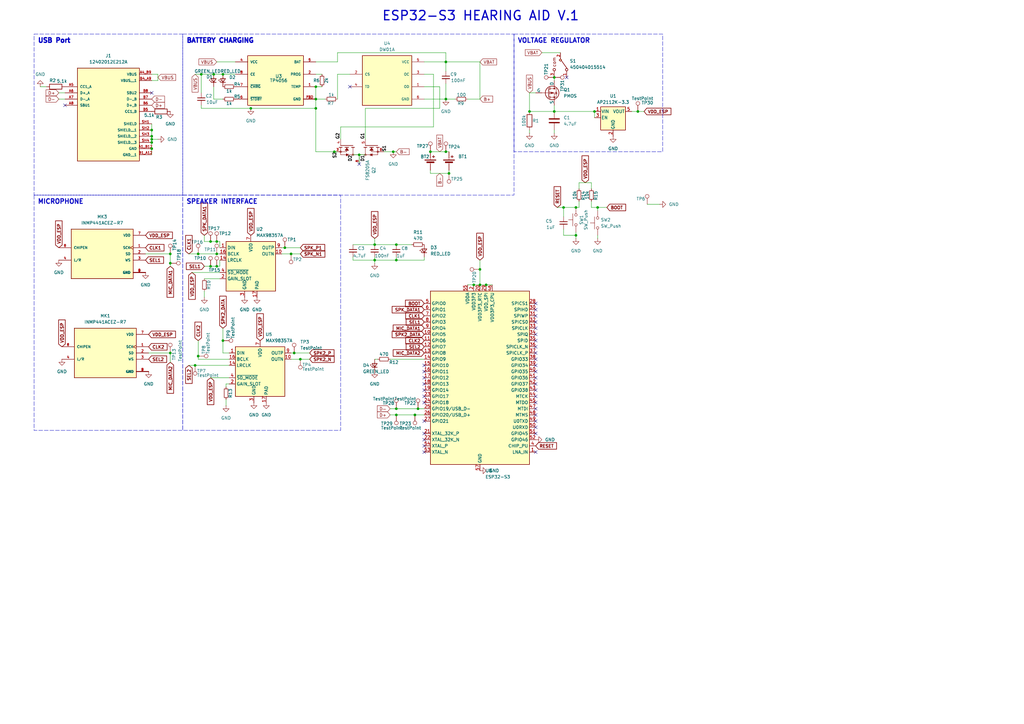
<source format=kicad_sch>
(kicad_sch (version 20231120) (generator "eeschema") (generator_version "8.0")
  (paper "A3")
  (junction (at 182.88 62.23))
  (junction (at 236.22 96.52))
  (junction (at 102.87 44.45))
  (junction (at 227.33 45.72))
  (junction (at 86.36 99.06))
  (junction (at 162.56 100.33))
  (junction (at 88.9 104.14))
  (junction (at 62.23 58.42))
  (junction (at 69.85 107.95))
  (junction (at 88.9 109.22))
  (junction (at 62.23 60.96))
  (junction (at 147.32 63.5))
  (junction (at 236.22 85.09))
  (junction (at 227.33 31.75))
  (junction (at 217.17 45.72))
  (junction (at 261.62 45.72))
  (junction (at 245.11 85.09))
  (junction (at 182.88 25.4))
  (junction (at 161.29 62.23))
  (junction (at 129.54 40.64))
  (junction (at 123.19 147.32))
  (junction (at 120.65 144.78))
  (junction (at 162.56 170.18))
  (junction (at 196.85 116.84))
  (junction (at 62.23 57.15))
  (junction (at 62.23 53.34))
  (junction (at 86.36 109.22))
  (junction (at 243.84 45.72))
  (junction (at 199.39 116.84))
  (junction (at 80.01 149.86))
  (junction (at 170.18 170.18))
  (junction (at 129.54 35.56))
  (junction (at 231.14 85.09))
  (junction (at 116.84 101.6))
  (junction (at 119.38 104.14))
  (junction (at 69.85 104.14))
  (junction (at 129.54 44.45))
  (junction (at 81.28 104.14))
  (junction (at 91.44 139.7))
  (junction (at 81.28 146.05))
  (junction (at 194.31 116.84))
  (junction (at 196.85 110.49))
  (junction (at 62.23 55.88))
  (junction (at 171.45 167.64))
  (junction (at 82.55 30.48))
  (junction (at 184.15 71.12))
  (junction (at 91.44 30.48))
  (junction (at 176.53 62.23))
  (junction (at 88.9 99.06))
  (junction (at 182.88 40.64))
  (junction (at 162.56 106.68))
  (junction (at 153.67 100.33))
  (junction (at 137.16 62.23))
  (junction (at 69.85 144.78))
  (junction (at 87.63 30.48))
  (junction (at 153.67 106.68))
  (junction (at 162.56 167.64))
  (no_connect (at 219.71 139.7))
  (no_connect (at 219.71 154.94))
  (no_connect (at 219.71 160.02))
  (no_connect (at 173.99 177.8))
  (no_connect (at 219.71 167.64))
  (no_connect (at 219.71 165.1))
  (no_connect (at 173.99 172.72))
  (no_connect (at 173.99 185.42))
  (no_connect (at 219.71 170.18))
  (no_connect (at 219.71 175.26))
  (no_connect (at 219.71 147.32))
  (no_connect (at 219.71 124.46))
  (no_connect (at 219.71 177.8))
  (no_connect (at 232.41 31.75))
  (no_connect (at 219.71 137.16))
  (no_connect (at 219.71 127))
  (no_connect (at 173.99 162.56))
  (no_connect (at 219.71 152.4))
  (no_connect (at 219.71 142.24))
  (no_connect (at 173.99 149.86))
  (no_connect (at 143.51 35.56))
  (no_connect (at 173.99 182.88))
  (no_connect (at 219.71 172.72))
  (no_connect (at 173.99 180.34))
  (no_connect (at 219.71 144.78))
  (no_connect (at 26.67 43.18))
  (no_connect (at 173.99 165.1))
  (no_connect (at 173.99 152.4))
  (no_connect (at 62.23 38.1))
  (no_connect (at 219.71 185.42))
  (no_connect (at 173.99 154.94))
  (no_connect (at 147.32 67.31))
  (no_connect (at 173.99 157.48))
  (no_connect (at 219.71 162.56))
  (no_connect (at 173.99 160.02))
  (no_connect (at 219.71 157.48))
  (no_connect (at 219.71 129.54))
  (no_connect (at 219.71 132.08))
  (no_connect (at 219.71 149.86))
  (no_connect (at 219.71 134.62))
  (wire (pts (xy 87.63 35.56) (xy 87.63 40.64)))
  (wire (pts (xy 62.23 55.88) (xy 62.23 57.15)))
  (wire (pts (xy 182.88 21.59) (xy 182.88 25.4)))
  (wire (pts (xy 129.54 35.56) (xy 129.54 40.64)))
  (wire (pts (xy 69.85 104.14) (xy 59.69 104.14)))
  (wire (pts (xy 160.02 167.64) (xy 162.56 167.64)))
  (wire (pts (xy 139.7 52.07) (xy 139.7 57.15)))
  (wire (pts (xy 77.47 149.86) (xy 80.01 149.86)))
  (wire (pts (xy 138.43 25.4) (xy 138.43 21.59)))
  (wire (pts (xy 231.14 93.98) (xy 231.14 96.52)))
  (wire (pts (xy 64.77 30.48) (xy 64.77 33.02)))
  (wire (pts (xy 77.47 104.14) (xy 81.28 104.14)))
  (wire (pts (xy 245.11 85.09) (xy 248.92 85.09)))
  (wire (pts (xy 177.8 30.48) (xy 177.8 52.07)))
  (wire (pts (xy 69.85 107.95) (xy 69.85 104.14)))
  (wire (pts (xy 196.85 116.84) (xy 199.39 116.84)))
  (wire (pts (xy 88.9 99.06) (xy 90.17 99.06)))
  (wire (pts (xy 160.02 170.18) (xy 162.56 170.18)))
  (wire (pts (xy 157.48 62.23) (xy 161.29 62.23)))
  (wire (pts (xy 82.55 30.48) (xy 82.55 38.1)))
  (wire (pts (xy 245.11 97.79) (xy 245.11 96.52)))
  (wire (pts (xy 191.77 40.64) (xy 196.85 40.64)))
  (wire (pts (xy 91.44 30.48) (xy 96.52 30.48)))
  (wire (pts (xy 64.77 57.15) (xy 62.23 57.15)))
  (wire (pts (xy 196.85 106.68) (xy 196.85 110.49)))
  (wire (pts (xy 86.36 154.94) (xy 93.98 154.94)))
  (wire (pts (xy 92.71 157.48) (xy 92.71 158.75)))
  (wire (pts (xy 81.28 104.14) (xy 88.9 104.14)))
  (wire (pts (xy 78.74 111.76) (xy 90.17 111.76)))
  (wire (pts (xy 123.19 101.6) (xy 116.84 101.6)))
  (wire (pts (xy 231.14 85.09) (xy 231.14 88.9)))
  (wire (pts (xy 83.82 96.52) (xy 83.82 99.06)))
  (wire (pts (xy 149.86 57.15) (xy 149.86 44.45)))
  (wire (pts (xy 149.86 44.45) (xy 180.34 44.45)))
  (wire (pts (xy 217.17 45.72) (xy 227.33 45.72)))
  (wire (pts (xy 173.99 40.64) (xy 182.88 40.64)))
  (wire (pts (xy 236.22 85.09) (xy 237.49 85.09)))
  (wire (pts (xy 123.19 147.32) (xy 119.38 147.32)))
  (wire (pts (xy 261.62 45.72) (xy 259.08 45.72)))
  (wire (pts (xy 83.82 109.22) (xy 86.36 109.22)))
  (wire (pts (xy 69.85 144.78) (xy 60.96 144.78)))
  (wire (pts (xy 176.53 69.85) (xy 176.53 71.12)))
  (wire (pts (xy 264.16 45.72) (xy 261.62 45.72)))
  (wire (pts (xy 161.29 62.23) (xy 162.56 62.23)))
  (wire (pts (xy 236.22 95.25) (xy 236.22 96.52)))
  (wire (pts (xy 237.49 74.93) (xy 242.57 74.93)))
  (wire (pts (xy 129.54 40.64) (xy 129.54 44.45)))
  (wire (pts (xy 180.34 44.45) (xy 180.34 35.56)))
  (wire (pts (xy 242.57 82.55) (xy 242.57 85.09)))
  (wire (pts (xy 227.33 54.61) (xy 227.33 53.34)))
  (wire (pts (xy 90.17 99.06) (xy 90.17 101.6)))
  (wire (pts (xy 144.78 63.5) (xy 147.32 63.5)))
  (wire (pts (xy 227.33 33.02) (xy 227.33 31.75)))
  (wire (pts (xy 83.82 121.92) (xy 83.82 119.38)))
  (wire (pts (xy 62.23 53.34) (xy 62.23 55.88)))
  (wire (pts (xy 173.99 105.41) (xy 173.99 106.68)))
  (wire (pts (xy 180.34 35.56) (xy 173.99 35.56)))
  (wire (pts (xy 162.56 167.64) (xy 171.45 167.64)))
  (wire (pts (xy 82.55 44.45) (xy 102.87 44.45)))
  (wire (pts (xy 228.6 85.09) (xy 231.14 85.09)))
  (wire (pts (xy 116.84 101.6) (xy 115.57 101.6)))
  (wire (pts (xy 83.82 99.06) (xy 86.36 99.06)))
  (wire (pts (xy 162.56 106.68) (xy 162.56 105.41)))
  (wire (pts (xy 69.85 109.22) (xy 69.85 107.95)))
  (wire (pts (xy 90.17 109.22) (xy 90.17 106.68)))
  (wire (pts (xy 144.78 106.68) (xy 144.78 105.41)))
  (wire (pts (xy 138.43 40.64) (xy 138.43 30.48)))
  (wire (pts (xy 81.28 147.32) (xy 93.98 147.32)))
  (wire (pts (xy 129.54 44.45) (xy 129.54 62.23)))
  (wire (pts (xy 120.65 144.78) (xy 119.38 144.78)))
  (wire (pts (xy 91.44 134.62) (xy 91.44 139.7)))
  (wire (pts (xy 243.84 45.72) (xy 243.84 48.26)))
  (wire (pts (xy 176.53 71.12) (xy 184.15 71.12)))
  (wire (pts (xy 24.13 40.64) (xy 26.67 40.64)))
  (wire (pts (xy 196.85 25.4) (xy 196.85 40.64)))
  (wire (pts (xy 83.82 114.3) (xy 90.17 114.3)))
  (wire (pts (xy 217.17 38.1) (xy 217.17 45.72)))
  (wire (pts (xy 170.18 170.18) (xy 173.99 170.18)))
  (wire (pts (xy 62.23 33.02) (xy 64.77 33.02)))
  (wire (pts (xy 62.23 57.15) (xy 62.23 58.42)))
  (wire (pts (xy 219.71 38.1) (xy 217.17 38.1)))
  (wire (pts (xy 127 144.78) (xy 120.65 144.78)))
  (wire (pts (xy 237.49 82.55) (xy 237.49 85.09)))
  (wire (pts (xy 173.99 106.68) (xy 162.56 106.68)))
  (wire (pts (xy 82.55 30.48) (xy 87.63 30.48)))
  (wire (pts (xy 182.88 34.29) (xy 182.88 40.64)))
  (wire (pts (xy 93.98 157.48) (xy 92.71 157.48)))
  (wire (pts (xy 194.31 116.84) (xy 196.85 116.84)))
  (wire (pts (xy 182.88 25.4) (xy 196.85 25.4)))
  (wire (pts (xy 88.9 109.22) (xy 90.17 109.22)))
  (wire (pts (xy 217.17 54.61) (xy 217.17 53.34)))
  (wire (pts (xy 91.44 139.7) (xy 91.44 144.78)))
  (wire (pts (xy 162.56 170.18) (xy 170.18 170.18)))
  (wire (pts (xy 154.94 147.32) (xy 153.67 147.32)))
  (wire (pts (xy 171.45 167.64) (xy 173.99 167.64)))
  (wire (pts (xy 138.43 62.23) (xy 137.16 62.23)))
  (wire (pts (xy 184.15 71.12) (xy 184.15 69.85)))
  (wire (pts (xy 26.67 38.1) (xy 24.13 38.1)))
  (wire (pts (xy 129.54 40.64) (xy 133.35 40.64)))
  (wire (pts (xy 80.01 149.86) (xy 93.98 149.86)))
  (wire (pts (xy 119.38 104.14) (xy 123.19 104.14)))
  (wire (pts (xy 227.33 43.18) (xy 227.33 45.72)))
  (wire (pts (xy 153.67 100.33) (xy 162.56 100.33)))
  (wire (pts (xy 153.67 97.79) (xy 153.67 100.33)))
  (wire (pts (xy 144.78 106.68) (xy 153.67 106.68)))
  (wire (pts (xy 91.44 144.78) (xy 93.98 144.78)))
  (wire (pts (xy 231.14 85.09) (xy 236.22 85.09)))
  (wire (pts (xy 129.54 62.23) (xy 137.16 62.23)))
  (wire (pts (xy 177.8 52.07) (xy 139.7 52.07)))
  (wire (pts (xy 191.77 116.84) (xy 194.31 116.84)))
  (wire (pts (xy 82.55 43.18) (xy 82.55 44.45)))
  (wire (pts (xy 242.57 85.09) (xy 245.11 85.09)))
  (wire (pts (xy 162.56 100.33) (xy 168.91 100.33)))
  (wire (pts (xy 129.54 35.56) (xy 132.08 35.56)))
  (wire (pts (xy 86.36 99.06) (xy 88.9 99.06)))
  (wire (pts (xy 129.54 25.4) (xy 138.43 25.4)))
  (wire (pts (xy 144.78 100.33) (xy 153.67 100.33)))
  (wire (pts (xy 62.23 50.8) (xy 62.23 53.34)))
  (wire (pts (xy 87.63 30.48) (xy 91.44 30.48)))
  (wire (pts (xy 153.67 107.95) (xy 153.67 106.68)))
  (wire (pts (xy 147.32 63.5) (xy 149.86 63.5)))
  (wire (pts (xy 86.36 109.22) (xy 88.9 109.22)))
  (wire (pts (xy 242.57 74.93) (xy 242.57 77.47)))
  (wire (pts (xy 138.43 30.48) (xy 143.51 30.48)))
  (wire (pts (xy 245.11 86.36) (xy 245.11 85.09)))
  (wire (pts (xy 160.02 147.32) (xy 173.99 147.32)))
  (wire (pts (xy 81.28 146.05) (xy 81.28 147.32)))
  (wire (pts (xy 199.39 116.84) (xy 201.93 116.84)))
  (wire (pts (xy 147.32 63.5) (xy 147.32 67.31)))
  (wire (pts (xy 123.19 147.32) (xy 127 147.32)))
  (wire (pts (xy 182.88 62.23) (xy 184.15 62.23)))
  (wire (pts (xy 153.67 106.68) (xy 162.56 106.68)))
  (wire (pts (xy 237.49 77.47) (xy 237.49 74.93)))
  (wire (pts (xy 182.88 25.4) (xy 182.88 29.21)))
  (wire (pts (xy 222.25 21.59) (xy 229.87 21.59)))
  (wire (pts (xy 265.43 83.82) (xy 270.51 83.82)))
  (wire (pts (xy 88.9 25.4) (xy 96.52 25.4)))
  (wire (pts (xy 16.51 35.56) (xy 19.05 35.56)))
  (wire (pts (xy 129.54 30.48) (xy 132.08 30.48)))
  (wire (pts (xy 153.67 106.68) (xy 153.67 105.41)))
  (wire (pts (xy 236.22 96.52) (xy 236.22 97.79)))
  (wire (pts (xy 119.38 104.14) (xy 115.57 104.14)))
  (wire (pts (xy 227.33 45.72) (xy 243.84 45.72)))
  (wire (pts (xy 87.63 40.64) (xy 91.44 40.64)))
  (wire (pts (xy 92.71 166.37) (xy 92.71 163.83)))
  (wire (pts (xy 62.23 58.42) (xy 62.23 60.96)))
  (wire (pts (xy 182.88 40.64) (xy 186.69 40.64)))
  (wire (pts (xy 62.23 30.48) (xy 64.77 30.48)))
  (wire (pts (xy 102.87 44.45) (xy 129.54 44.45)))
  (wire (pts (xy 138.43 21.59) (xy 182.88 21.59)))
  (wire (pts (xy 80.01 30.48) (xy 82.55 30.48)))
  (wire (pts (xy 173.99 30.48) (xy 177.8 30.48)))
  (wire (pts (xy 81.28 139.7) (xy 81.28 146.05)))
  (wire (pts (xy 62.23 60.96) (xy 62.23 63.5)))
  (wire (pts (xy 173.99 25.4) (xy 182.88 25.4)))
  (wire (pts (xy 88.9 104.14) (xy 90.17 104.14)))
  (wire (pts (xy 69.85 148.59) (xy 69.85 144.78)))
  (wire (pts (xy 196.85 110.49) (xy 196.85 116.84)))
  (wire (pts (xy 231.14 96.52) (xy 236.22 96.52)))
  (wire (pts (xy 176.53 62.23) (xy 182.88 62.23)))
  (rectangle (start 74.93 13.97) (end 210.82 80.01) (stroke (width 0) (type dash)))
  (rectangle (start 74.93 80.01) (end 139.7 176.53) (stroke (width 0) (type dash)))
  (rectangle (start 210.82 13.97) (end 271.78 62.23) (stroke (width 0) (type dash)))
  (rectangle (start 13.97 13.97) (end 74.93 80.01) (stroke (width 0) (type dash)))
  (rectangle (start 13.97 80.01) (end 74.93 176.53) (stroke (width 0) (type dash)))
  (text_box "BATTERY CHARGING" (at 74.93 13.97 0) (size 31.75 5.08) (stroke (width -0.0001)) (effects (font (size 1.905 1.905) (thickness 0.508) (bold yes)) (justify left top)))
  (text_box "MICROPHONE\n" (at 13.97 80.01 0) (size 33.02 5.08) (stroke (width -0.0001)) (effects (font (size 1.905 1.905) (thickness 0.381) (bold yes)) (justify left top)))
  (text_box "SPEAKER INTERFACE\n" (at 74.93 80.01 0) (size 35.56 5.08) (stroke (width -0.0001)) (effects (font (size 1.905 1.905) (thickness 0.381) (bold yes)) (justify left top)))
  (text_box "VOLTAGE REGULATOR\n" (at 210.82 13.97 0) (size 33.02 5.08) (stroke (width -0.0001)) (effects (font (size 1.905 1.905) (thickness 0.381) (bold yes)) (justify left top)))
  (text_box "USB Port\n" (at 13.97 13.97 0) (size 26.67 5.08) (stroke (width -0.0001)) (effects (font (size 1.905 1.905) (thickness 0.508) (bold yes)) (justify left top)))
  (text_box "ESP32-S3 HEARING AID V.1" (at 153.67 1.27 0) (size 91.44 8.89) (stroke (width -0.0001)) (effects (font (size 3.81 3.81) (thickness 0.508) (bold yes)) (justify left top)))
  (label "G2" (at 139.7 57.15 90) (effects (font (bold yes))))
  (label "D1" (at 149.86 63.5 270) (effects (font (bold yes))))
  (label "G1" (at 149.86 57.15 90) (effects (font (bold yes))))
  (label "S1" (at 158.75 62.23 90) (effects (font (bold yes))))
  (label "S2" (at 138.43 62.23 270) (effects (font (bold yes))))
  (label "D2" (at 144.78 63.5 270) (effects (font (bold yes))))
  (global_label "VDD_ESP" (shape input) (at 196.85 106.68 90) (effects (font (bold yes))) (property "Intersheetrefs" "${INTERSHEET_REFS}" (effects (hide yes))))
  (global_label "CLK1" (shape input) (at 59.69 101.6 0) (effects (font (bold yes))) (property "Intersheetrefs" "${INTERSHEET_REFS}" (effects (hide yes))))
  (global_label "VDD_ESP" (shape input) (at 102.87 96.52 90) (effects (font (bold yes))) (property "Intersheetrefs" "${INTERSHEET_REFS}" (effects (hide yes))))
  (global_label "SEL2" (shape input) (at 60.96 147.32 0) (effects (font (bold yes))) (property "Intersheetrefs" "${INTERSHEET_REFS}" (effects (hide yes))))
  (global_label "MIC_DATA1" (shape input) (at 173.99 134.62 180) (effects (font (bold yes))) (property "Intersheetrefs" "${INTERSHEET_REFS}" (effects (hide yes))))
  (global_label "VDD_ESP" (shape input) (at 25.4 142.24 90) (effects (font (bold yes))) (property "Intersheetrefs" "${INTERSHEET_REFS}" (effects (hide yes))))
  (global_label "MIC_DATA2" (shape input) (at 69.85 148.59 270) (effects (font (bold yes))) (property "Intersheetrefs" "${INTERSHEET_REFS}" (effects (hide yes))))
  (global_label "CLK2" (shape input) (at 173.99 139.7 180) (effects (font (bold yes))) (property "Intersheetrefs" "${INTERSHEET_REFS}" (effects (hide yes))))
  (global_label "D-" (shape input) (at 24.13 40.64 180) (property "Intersheetrefs" "${INTERSHEET_REFS}" (effects (hide yes))))
  (global_label "SEL2" (shape input) (at 173.99 142.24 180) (effects (font (bold yes))) (property "Intersheetrefs" "${INTERSHEET_REFS}" (effects (hide yes))))
  (global_label "D-" (shape input) (at 160.02 167.64 180) (property "Intersheetrefs" "${INTERSHEET_REFS}" (effects (hide yes))))
  (global_label "CLK2" (shape input) (at 81.28 139.7 90) (effects (font (bold yes))) (property "Intersheetrefs" "${INTERSHEET_REFS}" (effects (hide yes))))
  (global_label "VDD_ESP" (shape input) (at 106.68 139.7 90) (effects (font (bold yes))) (property "Intersheetrefs" "${INTERSHEET_REFS}" (effects (hide yes))))
  (global_label "SEL1" (shape input) (at 173.99 132.08 180) (effects (font (bold yes))) (property "Intersheetrefs" "${INTERSHEET_REFS}" (effects (hide yes))))
  (global_label "SPK2_N" (shape input) (at 127 147.32 0) (effects (font (bold yes))) (property "Intersheetrefs" "${INTERSHEET_REFS}" (effects (hide yes))))
  (global_label "VDD_ESP" (shape input) (at 78.74 111.76 270) (effects (font (bold yes))) (property "Intersheetrefs" "${INTERSHEET_REFS}" (effects (hide yes))))
  (global_label "SEL1" (shape input) (at 83.82 109.22 180) (effects (font (bold yes))) (property "Intersheetrefs" "${INTERSHEET_REFS}" (effects (hide yes))))
  (global_label "MIC_DATA2" (shape input) (at 173.99 144.78 180) (effects (font (bold yes))) (property "Intersheetrefs" "${INTERSHEET_REFS}" (effects (hide yes))))
  (global_label "BOOT" (shape input) (at 248.92 85.09 0) (effects (font (bold yes))) (property "Intersheetrefs" "${INTERSHEET_REFS}" (effects (hide yes))))
  (global_label "SEL1" (shape input) (at 59.69 106.68 0) (effects (font (bold yes))) (property "Intersheetrefs" "${INTERSHEET_REFS}" (effects (hide yes))))
  (global_label "VDD_ESP" (shape input) (at 240.03 74.93 90) (effects (font (bold yes))) (property "Intersheetrefs" "${INTERSHEET_REFS}" (effects (hide yes))))
  (global_label "D+" (shape input) (at 24.13 38.1 180) (property "Intersheetrefs" "${INTERSHEET_REFS}" (effects (hide yes))))
  (global_label "SPK2_DATA" (shape input) (at 173.99 137.16 180) (effects (font (bold yes))) (property "Intersheetrefs" "${INTERSHEET_REFS}" (effects (hide yes))))
  (global_label "B+" (shape input) (at 196.85 40.64 0) (property "Intersheetrefs" "${INTERSHEET_REFS}" (effects (hide yes))))
  (global_label "VBUS" (shape input) (at 80.01 30.48 270) (property "Intersheetrefs" "${INTERSHEET_REFS}" (effects (hide yes))))
  (global_label "D+" (shape input) (at 160.02 170.18 180) (property "Intersheetrefs" "${INTERSHEET_REFS}" (effects (hide yes))))
  (global_label "VDD_ESP" (shape input) (at 264.16 45.72 0) (effects (font (bold yes))) (property "Intersheetrefs" "${INTERSHEET_REFS}" (effects (hide yes))))
  (global_label "SPK_DATA1" (shape input) (at 173.99 127 180) (effects (font (bold yes))) (property "Intersheetrefs" "${INTERSHEET_REFS}" (effects (hide yes))))
  (global_label "CLK1" (shape input) (at 173.99 129.54 180) (effects (font (bold yes))) (property "Intersheetrefs" "${INTERSHEET_REFS}" (effects (hide yes))))
  (global_label "VBAT" (shape input) (at 196.85 25.4 0) (property "Intersheetrefs" "${INTERSHEET_REFS}" (effects (hide yes))))
  (global_label "VBUS" (shape input) (at 217.17 38.1 90) (property "Intersheetrefs" "${INTERSHEET_REFS}" (effects (hide yes))))
  (global_label "VDD_ESP" (shape input) (at 59.69 96.52 0) (effects (font (bold yes))) (property "Intersheetrefs" "${INTERSHEET_REFS}" (effects (hide yes))))
  (global_label "CLK2" (shape input) (at 60.96 142.24 0) (effects (font (bold yes))) (property "Intersheetrefs" "${INTERSHEET_REFS}" (effects (hide yes))))
  (global_label "B-" (shape input) (at 180.34 71.12 270) (property "Intersheetrefs" "${INTERSHEET_REFS}" (effects (hide yes))))
  (global_label "D+" (shape input) (at 62.23 43.18 0) (property "Intersheetrefs" "${INTERSHEET_REFS}" (effects (hide yes))))
  (global_label "SPK_DATA1" (shape input) (at 83.82 96.52 90) (effects (font (bold yes))) (property "Intersheetrefs" "${INTERSHEET_REFS}" (effects (hide yes))))
  (global_label "SEL2" (shape input) (at 77.47 149.86 270) (effects (font (bold yes))) (property "Intersheetrefs" "${INTERSHEET_REFS}" (effects (hide yes))))
  (global_label "MIC_DATA1" (shape input) (at 69.85 109.22 270) (effects (font (bold yes))) (property "Intersheetrefs" "${INTERSHEET_REFS}" (effects (hide yes))))
  (global_label "VDD_ESP" (shape input) (at 153.67 97.79 90) (effects (font (bold yes))) (property "Intersheetrefs" "${INTERSHEET_REFS}" (effects (hide yes))))
  (global_label "D-" (shape input) (at 62.23 40.64 0) (property "Intersheetrefs" "${INTERSHEET_REFS}" (effects (hide yes))))
  (global_label "VDD_ESP" (shape input) (at 24.13 101.6 90) (effects (font (bold yes))) (property "Intersheetrefs" "${INTERSHEET_REFS}" (effects (hide yes))))
  (global_label "VBUS" (shape input) (at 64.77 31.75 0) (property "Intersheetrefs" "${INTERSHEET_REFS}" (effects (hide yes))))
  (global_label "VBUS" (shape input) (at 88.9 25.4 180) (property "Intersheetrefs" "${INTERSHEET_REFS}" (effects (hide yes))))
  (global_label "BOOT" (shape input) (at 173.99 124.46 180) (effects (font (bold yes))) (property "Intersheetrefs" "${INTERSHEET_REFS}" (effects (hide yes))))
  (global_label "VBAT" (shape input) (at 180.34 62.23 90) (property "Intersheetrefs" "${INTERSHEET_REFS}" (effects (hide yes))))
  (global_label "SPK_P1" (shape input) (at 123.19 101.6 0) (effects (font (bold yes))) (property "Intersheetrefs" "${INTERSHEET_REFS}" (effects (hide yes))))
  (global_label "SPK2_P" (shape input) (at 127 144.78 0) (effects (font (bold yes))) (property "Intersheetrefs" "${INTERSHEET_REFS}" (effects (hide yes))))
  (global_label "RESET" (shape input) (at 228.6 85.09 90) (effects (font (bold yes))) (property "Intersheetrefs" "${INTERSHEET_REFS}" (effects (hide yes))))
  (global_label "CLK1" (shape input) (at 77.47 104.14 90) (effects (font (bold yes))) (property "Intersheetrefs" "${INTERSHEET_REFS}" (effects (hide yes))))
  (global_label "VBAT" (shape input) (at 222.25 21.59 180) (property "Intersheetrefs" "${INTERSHEET_REFS}" (effects (hide yes))))
  (global_label "B-" (shape input) (at 162.56 62.23 0) (property "Intersheetrefs" "${INTERSHEET_REFS}" (effects (hide yes))))
  (global_label "SPK_N1" (shape input) (at 123.19 104.14 0) (effects (font (bold yes))) (property "Intersheetrefs" "${INTERSHEET_REFS}" (effects (hide yes))))
  (global_label "VDD_ESP" (shape input) (at 60.96 137.16 0) (effects (font (bold yes))) (property "Intersheetrefs" "${INTERSHEET_REFS}" (effects (hide yes))))
  (global_label "SPK2_DATA" (shape input) (at 91.44 134.62 90) (effects (font (bold yes))) (property "Intersheetrefs" "${INTERSHEET_REFS}" (effects (hide yes))))
  (global_label "RESET" (shape input) (at 219.71 182.88 0) (effects (font (bold yes))) (property "Intersheetrefs" "${INTERSHEET_REFS}" (effects (hide yes))))
  (global_label "VDD_ESP" (shape input) (at 86.36 154.94 270) (effects (font (bold yes))) (property "Intersheetrefs" "${INTERSHEET_REFS}" (effects (hide yes))))
  (symbol (lib_id "power:GND") (at 100.33 121.92 0) (unit 1)
    (property "Reference" "#PWR012" (effects (hide yes)))
    (property "Value" "GND" (at 100.33 127 0))
    (property "Description" "Power symbol creates a global label with name \"GND\" , ground" (effects (hide yes)))
  )
  (symbol (lib_id "Connector:TestPoint") (at 69.85 144.78 0) (unit 1)
    (property "Reference" "TP13" (at 71.374 147.828 90) (effects (justify left)))
    (property "Value" "TestPoint" (at 73.9141 148.336 90) (effects (justify left)))
    (property "Footprint" "MountingHole:Mounting_Pad_Square" (effects (hide yes)))
    (property "Description" "test point" (effects (hide yes)))
  )
  (symbol (lib_id "Connector:TestPoint") (at 162.56 167.64 0) (unit 1)
    (property "Reference" "TP28" (at 161.798 165.354 0) (effects (justify right)))
    (property "Value" "TestPoint" (at 161.798 163.576 0) (effects (justify right)))
    (property "Footprint" "MountingHole:Mounting_Pad_Square" (effects (hide yes)))
    (property "Description" "test point" (effects (hide yes)))
  )
  (symbol (lib_id "power:GND") (at 104.14 165.1 0) (unit 1)
    (property "Reference" "#PWR016" (effects (hide yes)))
    (property "Value" "GND" (at 104.14 170.18 0))
    (property "Description" "Power symbol creates a global label with name \"GND\" , ground" (effects (hide yes)))
  )
  (symbol (lib_id "power:GND") (at 236.22 97.79 0) (unit 1)
    (property "Reference" "#PWR05" (effects (hide yes)))
    (property "Value" "GND" (at 236.22 102.87 0))
    (property "Description" "Power symbol creates a global label with name \"GND\" , ground" (effects (hide yes)))
  )
  (symbol (lib_id "Device:C_Small") (at 182.88 31.75 0) (unit 1)
    (property "Reference" "C9" (at 184.658 30.48 0) (effects (justify left)))
    (property "Value" "100nF" (at 184.912 33.02 0) (effects (justify left)))
    (property "Footprint" "Capacitor_SMD:C_0402_1005Metric_Pad0.74x0.62mm_HandSolder" (effects (hide yes)))
    (property "Description" "Unpolarized capacitor, small symbol" (effects (hide yes)))
  )
  (symbol (lib_id "Connector:TestPoint") (at 227.33 31.75 90) (unit 1)
    (property "Reference" "TP21" (at 224.028 25.908 0) (effects (justify right)))
    (property "Value" "TestPoint" (effects (hide yes)))
    (property "Footprint" "MountingHole:Mounting_Pad_Square" (effects (hide yes)))
    (property "Description" "test point" (effects (hide yes)))
  )
  (symbol (lib_id "Simulation_SPICE:PMOS") (at 224.79 38.1 0) (unit 1)
    (property "Reference" "Q1" (at 231.14 36.8299 0) (effects (justify left)))
    (property "Value" "PMOS" (at 231.14 39.3699 0) (effects (justify left)))
    (property "Footprint" "footprints:DMP3099L-7" (effects (hide yes)))
    (property "Datasheet" "https://ngspice.sourceforge.io/docs/ngspice-html-manual/manual.xhtml#cha_MOSFETs" (effects (hide yes)))
    (property "Description" "P-MOSFET transistor, drain/source/gate" (effects (hide yes)))
    (property "Sim.Device" "PMOS" (effects (hide yes)))
    (property "Sim.Type" "VDMOS" (effects (hide yes)))
    (property "Sim.Pins" "1=D 2=G 3=S" (effects (hide yes)))
  )
  (symbol (lib_id "Device:LED_Small") (at 153.67 149.86 90) (unit 1)
    (property "Reference" "D4" (at 148.844 149.86 90) (effects (justify right)))
    (property "Value" "GREEN_LED" (at 148.844 152.4 90) (effects (justify right)))
    (property "Footprint" "LED_SMD:LED_0402_1005Metric" (effects (hide yes)))
    (property "Description" "Light emitting diode, small symbol" (effects (hide yes)))
  )
  (symbol (lib_id "DW01A:DW01A") (at 158.75 33.02 0) (unit 1)
    (property "Reference" "U4" (at 158.75 17.78 0))
    (property "Value" "DW01A" (at 158.75 20.32 0))
    (property "Footprint" "DW01A:SOT95P280X145-6N" (effects (hide yes)))
    (property "MF" "Fortune Semiconductor" (effects (hide yes)))
    (property "SNAPEDA_PACKAGE_ID" "103849" (effects (hide yes)))
    (property "Package" "SOT-23-6 Fortune Semiconductor" (effects (hide yes)))
    (property "Price" "None" (effects (hide yes)))
    (property "Check_prices" "https://www.snapeda.com/parts/DW01A/Fortune+Semiconductor/view-part/?ref=eda" (effects (hide yes)))
    (property "STANDARD" "IPC 7351B" (effects (hide yes)))
    (property "PARTREV" "1.8" (effects (hide yes)))
    (property "SnapEDA_Link" "https://www.snapeda.com/parts/DW01A/Fortune+Semiconductor/view-part/?ref=snap" (effects (hide yes)))
    (property "MP" "DW01A" (effects (hide yes)))
    (property "Description_1" "\n                        \n                            One Cell Lithium-ion/Polymer Battery Protection IC\n                        \n" (effects (hide yes)))
    (property "MANUFACTURER" "Fortune Semiconductor" (effects (hide yes)))
    (property "Availability" "Not in stock" (effects (hide yes)))
    (property "MAXIMUM_PACKAGE_HEIGHT" "1.45mm" (effects (hide yes)))
  )
  (symbol (lib_id "Connector:TestPoint") (at 116.84 101.6 0) (unit 1)
    (property "Reference" "TP1" (at 117.856 98.298 0) (effects (justify left)))
    (property "Value" "TestPoint" (effects (hide yes)))
    (property "Footprint" "MountingHole:Mounting_Pad_Square" (effects (hide yes)))
    (property "Description" "test point" (effects (hide yes)))
  )
  (symbol (lib_id "power:GND") (at 270.51 83.82 90) (unit 1)
    (property "Reference" "#PWR021" (effects (hide yes)))
    (property "Value" "GND" (at 274.32 83.8199 90) (effects (justify right)))
    (property "Description" "Power symbol creates a global label with name \"GND\" , ground" (effects (hide yes)))
  )
  (symbol (lib_id "12402012E212A:12402012E212A") (at 44.45 40.64 0) (unit 1)
    (property "Reference" "J1" (at 44.45 22.86 0))
    (property "Value" "12402012E212A" (at 44.45 25.4 0))
    (property "Footprint" "12402012E212A:AMPHENOL_12402012E212A" (effects (hide yes)))
    (property "PARTREV" "4" (effects (hide yes)))
    (property "STANDARD" "Manufacturer Recommendations" (effects (hide yes)))
    (property "MAXIMUM_PACKAGE_HEIGHT" "3.26 mm" (effects (hide yes)))
    (property "MANUFACTURER" "Amphenol" (effects (hide yes)))
  )
  (symbol (lib_id "power:GND") (at 217.17 54.61 0) (unit 1)
    (property "Reference" "#PWR03" (effects (hide yes)))
    (property "Value" "GND" (at 217.17 59.69 0))
    (property "Description" "Power symbol creates a global label with name \"GND\" , ground" (effects (hide yes)))
  )
  (symbol (lib_id "MCU_Espressif:ESP32-S3") (at 196.85 154.94 0) (unit 1)
    (property "Reference" "U8" (at 199.0441 193.04 0) (effects (justify left)))
    (property "Value" "ESP32-S3" (at 199.0441 195.58 0) (effects (justify left)))
    (property "Footprint" "Package_DFN_QFN:QFN-56-1EP_7x7mm_P0.4mm_EP4x4mm" (effects (hide yes)))
    (property "Datasheet" "https://www.espressif.com/sites/default/files/documentation/esp32-s3_datasheet_en.pdf" (effects (hide yes)))
    (property "Description" "Microcontroller, Wi-Fi 802.11b/g/n, Bluetooth, 32bit" (effects (hide yes)))
  )
  (symbol (lib_id "Switch:SW_Push") (at 236.22 90.17 90) (unit 1)
    (property "Reference" "SW1" (at 238.506 90.17 0))
    (property "Value" "SW_Push" (at 240.284 90.17 0))
    (property "Footprint" "B3U-1000P:SW_B3U-1000P" (effects (hide yes)))
    (property "Description" "Push button switch, generic, two pins" (effects (hide yes)))
  )
  (symbol (lib_id "Connector:TestPoint") (at 86.36 99.06 0) (unit 1)
    (property "Reference" "TP17" (at 90.17 93.726 0) (effects (justify right)))
    (property "Value" "TestPoint" (effects (hide yes)))
    (property "Footprint" "MountingHole:Mounting_Pad_Square" (effects (hide yes)))
    (property "Description" "test point" (effects (hide yes)))
  )
  (symbol (lib_id "Device:R_Small") (at 132.08 33.02 180) (unit 1)
    (property "Reference" "R6" (at 129.794 33.02 0))
    (property "Value" "2k" (at 133.858 33.02 90))
    (property "Footprint" "Resistor_SMD:R_0402_1005Metric_Pad0.72x0.64mm_HandSolder" (effects (hide yes)))
    (property "Description" "Resistor, small symbol" (effects (hide yes)))
  )
  (symbol (lib_id "Connector:TestPoint") (at 182.88 62.23 0) (unit 1)
    (property "Reference" "TP24" (at 188.722 60.198 0) (effects (justify right)))
    (property "Value" "TestPoint" (effects (hide yes)))
    (property "Footprint" "MountingHole:Mounting_Pad_Square" (effects (hide yes)))
    (property "Description" "test point" (effects (hide yes)))
  )
  (symbol (lib_id "Device:LED_Small") (at 87.63 33.02 90) (unit 1)
    (property "Reference" "D1" (at 84.582 31.496 90) (effects (justify right)))
    (property "Value" "GREEN_LED" (at 79.756 29.21 90) (effects (justify right)))
    (property "Footprint" "LED_SMD:LED_0402_1005Metric" (effects (hide yes)))
    (property "Description" "Light emitting diode, small symbol" (effects (hide yes)))
  )
  (symbol (lib_id "Connector:TestPoint") (at 123.19 147.32 180) (unit 1)
    (property "Reference" "TP4" (at 123.952 149.606 0) (effects (justify right)))
    (property "Value" "TestPoint" (at 123.952 151.384 0) (effects (justify right)))
    (property "Footprint" "MountingHole:Mounting_Pad_Square" (effects (hide yes)))
    (property "Description" "test point" (effects (hide yes)))
  )
  (symbol (lib_id "Device:C_Small") (at 162.56 102.87 0) (unit 1)
    (property "Reference" "C8" (at 164.592 101.854 0) (effects (justify left)))
    (property "Value" "1uF" (at 162.56 104.902 0) (effects (justify left)))
    (property "Footprint" "Capacitor_SMD:C_0402_1005Metric_Pad0.74x0.62mm_HandSolder" (effects (hide yes)))
    (property "Description" "Unpolarized capacitor, small symbol" (effects (hide yes)))
  )
  (symbol (lib_id "Connector:TestPoint") (at 184.15 71.12 180) (unit 1)
    (property "Reference" "TP25" (at 184.912 73.406 0) (effects (justify right)))
    (property "Value" "TestPoint" (effects (hide yes)))
    (property "Footprint" "MountingHole:Mounting_Pad_Square" (effects (hide yes)))
    (property "Description" "test point" (effects (hide yes)))
  )
  (symbol (lib_id "power:GND") (at 92.71 166.37 0) (mirror y) (unit 1)
    (property "Reference" "#PWR08" (effects (hide yes)))
    (property "Value" "GND" (at 92.71 171.45 0))
    (property "Description" "Power symbol creates a global label with name \"GND\" , ground" (effects (hide yes)))
  )
  (symbol (lib_id "Device:Battery_Cell") (at 176.53 67.31 0) (unit 1)
    (property "Reference" "BT2" (at 172.466 64.262 0) (effects (justify left)))
    (property "Value" "Battery_Cell" (effects (hide yes)))
    (property "Footprint" "Battery:BatteryHolder_Keystone_3034_1x20mm_CustomCourtyard" (effects (hide yes)))
    (property "Description" "Single-cell battery" (effects (hide yes)))
  )
  (symbol (lib_id "450404015514:450404015514") (at 229.87 26.67 270) (unit 1)
    (property "Reference" "S1" (at 233.68 25.0189 90) (effects (justify left)))
    (property "Value" "450404015514" (at 233.68 27.5589 90) (effects (justify left)))
    (property "Footprint" "450404015514:450404015514" (effects (hide yes)))
    (property "IR" "300mA" (effects (hide yes)))
    (property "QTY" "150" (effects (hide yes)))
    (property "PACKAGING" "Tape and Reel" (effects (hide yes)))
    (property "VR" "5V(DC)" (effects (hide yes)))
    (property "DATASHEET-URL" "https://www.we-online.com/catalog/datasheet/450404015514.pdf" (effects (hide yes)))
    (property "PART-NUMBER" "450404015514" (effects (hide yes)))
  )
  (symbol (lib_id "power:GND") (at 105.41 121.92 0) (unit 1)
    (property "Reference" "#PWR013" (effects (hide yes)))
    (property "Value" "GND" (at 105.41 127 0))
    (property "Description" "Power symbol creates a global label with name \"GND\" , ground" (effects (hide yes)))
  )
  (symbol (lib_id "power:GND") (at 227.33 54.61 0) (unit 1)
    (property "Reference" "#PWR04" (effects (hide yes)))
    (property "Value" "GND" (at 227.33 59.69 0))
    (property "Description" "Power symbol creates a global label with name \"GND\" , ground" (effects (hide yes)))
  )
  (symbol (lib_id "power:GND") (at 83.82 121.92 0) (unit 1)
    (property "Reference" "#PWR018" (effects (hide yes)))
    (property "Value" "GND" (at 83.82 127 0))
    (property "Description" "Power symbol creates a global label with name \"GND\" , ground" (effects (hide yes)))
  )
  (symbol (lib_id "Device:LED_Small") (at 91.44 33.02 90) (unit 1)
    (property "Reference" "D2" (at 93.98 31.6864 90) (effects (justify right)))
    (property "Value" "RED_LED" (at 90.424 29.21 90) (effects (justify right)))
    (property "Footprint" "LED_SMD:LED_0402_1005Metric" (effects (hide yes)))
    (property "Description" "Light emitting diode, small symbol" (effects (hide yes)))
  )
  (symbol (lib_id "Connector:TestPoint") (at 120.65 144.78 0) (unit 1)
    (property "Reference" "TP3" (at 123.19 140.2079 0) (effects (justify left)))
    (property "Value" "TestPoint" (at 123.19 142.7479 0) (effects (justify left)))
    (property "Footprint" "MountingHole:Mounting_Pad_Square" (effects (hide yes)))
    (property "Description" "test point" (effects (hide yes)))
  )
  (symbol (lib_id "Audio:MAX98357A") (at 106.68 152.4 0) (unit 1)
    (property "Reference" "U5" (at 108.8741 137.16 0) (effects (justify left)))
    (property "Value" "MAX98357A" (at 108.8741 139.7 0) (effects (justify left)))
    (property "Footprint" "Package_DFN_QFN:TQFN-16-1EP_3x3mm_P0.5mm_EP1.23x1.23mm" (effects (hide yes)))
    (property "Datasheet" "https://www.analog.com/media/en/technical-documentation/data-sheets/MAX98357A-MAX98357B.pdf" (effects (hide yes)))
    (property "Description" "Mono DAC with amplifier, I2S, PCM, TDM, 32-bit, 96khz, 3.2W, TQFP-16" (effects (hide yes)))
  )
  (symbol (lib_id "INMP441ACEZ-R7:INMP441ACEZ-R7") (at 41.91 104.14 0) (unit 1)
    (property "Reference" "MK3" (at 41.91 88.9 0))
    (property "Value" "INMP441ACEZ-R7" (at 41.91 91.44 0))
    (property "Footprint" "INMP441ACEZ-R7:MIC_INMP441ACEZ-R7" (effects (hide yes)))
    (property "MF" "TDK InvenSense" (effects (hide yes)))
    (property "MAXIMUM_PACKAGE_HEIGHT" "1.05 mm" (effects (hide yes)))
    (property "Package" "LGA-9 TDK InvenSense" (effects (hide yes)))
    (property "Price" "None" (effects (hide yes)))
    (property "Check_prices" "https://www.snapeda.com/parts/INMP441ACEZ-R7/TDK/view-part/?ref=eda" (effects (hide yes)))
    (property "STANDARD" "Manufacturer Recommendations" (effects (hide yes)))
    (property "PARTREV" "1.1" (effects (hide yes)))
    (property "SnapEDA_Link" "https://www.snapeda.com/parts/INMP441ACEZ-R7/TDK/view-part/?ref=snap" (effects (hide yes)))
    (property "MP" "INMP441ACEZ-R7" (effects (hide yes)))
    (property "Description_1" "\n                        \n                            60 Hz ~ 15 kHz Digital, I2S Microphone MEMS (Silicon) 1.62 V ~ 3.63 V Omnidirectional (-26dB ±3dB @ 94dB SPL) Solder Pads\n                        \n" (effects (hide yes)))
    (property "Availability" "In Stock" (effects (hide yes)))
    (property "MANUFACTURER" "TDK InvenSense" (effects (hide yes)))
  )
  (symbol (lib_id "power:GND") (at 69.85 45.72 0) (unit 1)
    (property "Reference" "#PWR010" (effects (hide yes)))
    (property "Value" "GND" (at 69.85 50.8 0))
    (property "Description" "Power symbol creates a global label with name \"GND\" , ground" (effects (hide yes)))
  )
  (symbol (lib_id "Device:R_Small") (at 92.71 161.29 0) (unit 1)
    (property "Reference" "R13" (at 94.488 161.29 90))
    (property "Value" "100k" (effects (hide yes)))
    (property "Footprint" "Resistor_SMD:R_0402_1005Metric" (effects (hide yes)))
    (property "Description" "Resistor, small symbol" (effects (hide yes)))
  )
  (symbol (lib_id "Device:R") (at 66.04 45.72 90) (unit 1)
    (property "Reference" "R3" (at 65.278 48.006 90))
    (property "Value" "5.1k" (at 61.214 47.244 90))
    (property "Footprint" "Resistor_SMD:R_0402_1005Metric_Pad0.72x0.64mm_HandSolder" (effects (hide yes)))
    (property "Description" "Resistor" (effects (hide yes)))
  )
  (symbol (lib_id "power:GND") (at 245.11 97.79 0) (unit 1)
    (property "Reference" "#PWR027" (effects (hide yes)))
    (property "Value" "GND" (at 245.11 102.87 0))
    (property "Description" "Power symbol creates a global label with name \"GND\" , ground" (effects (hide yes)))
  )
  (symbol (lib_id "Device:C") (at 227.33 49.53 0) (unit 1)
    (property "Reference" "C1" (at 231.14 48.2599 0) (effects (justify left)))
    (property "Value" "4.7uF" (at 231.14 50.7999 0) (effects (justify left)))
    (property "Footprint" "Capacitor_SMD:C_0402_1005Metric_Pad0.74x0.62mm_HandSolder" (effects (hide yes)))
    (property "Description" "Unpolarized capacitor" (effects (hide yes)))
  )
  (symbol (lib_id "Device:C_Small") (at 153.67 102.87 0) (unit 1)
    (property "Reference" "C4" (at 155.702 101.854 0) (effects (justify left)))
    (property "Value" "100nF" (at 153.67 104.902 0) (effects (justify left)))
    (property "Footprint" "Capacitor_SMD:C_0402_1005Metric_Pad0.74x0.62mm_HandSolder" (effects (hide yes)))
    (property "Description" "Unpolarized capacitor, small symbol" (effects (hide yes)))
  )
  (symbol (lib_id "power:GND") (at 24.13 106.68 0) (unit 1)
    (property "Reference" "#PWR023" (effects (hide yes)))
    (property "Value" "GND" (at 24.13 111.76 0))
    (property "Description" "Power symbol creates a global label with name \"GND\" , ground" (effects (hide yes)))
  )
  (symbol (lib_id "Connector:TestPoint") (at 81.28 104.14 0) (unit 1)
    (property "Reference" "TP16" (at 83.312 99.314 0) (effects (justify right)))
    (property "Value" "TestPoint" (effects (hide yes)))
    (property "Footprint" "MountingHole:Mounting_Pad_Square" (effects (hide yes)))
    (property "Description" "test point" (effects (hide yes)))
  )
  (symbol (lib_id "Device:Battery_Cell") (at 184.15 67.31 0) (unit 1)
    (property "Reference" "BT1" (at 187.96 64.1984 0) (effects (justify left)))
    (property "Value" "Battery_Cell" (effects (hide yes)))
    (property "Footprint" "Battery:BatteryHolder_Keystone_3034_1x20mm_CustomCourtyard" (effects (hide yes)))
    (property "Description" "Single-cell battery" (effects (hide yes)))
  )
  (symbol (lib_id "power:GND") (at 60.96 152.4 0) (unit 1)
    (property "Reference" "#PWR020" (effects (hide yes)))
    (property "Value" "GND" (at 60.96 157.48 0))
    (property "Description" "Power symbol creates a global label with name \"GND\" , ground" (effects (hide yes)))
  )
  (symbol (lib_id "Device:C_Small") (at 82.55 40.64 0) (unit 1)
    (property "Reference" "C2" (at 84.328 39.37 0) (effects (justify left)))
    (property "Value" "10uF" (at 84.582 41.91 0) (effects (justify left)))
    (property "Footprint" "Capacitor_SMD:C_0402_1005Metric_Pad0.74x0.62mm_HandSolder" (effects (hide yes)))
    (property "Description" "Unpolarized capacitor, small symbol" (effects (hide yes)))
  )
  (symbol (lib_id "power:GND") (at 182.88 40.64 0) (unit 1)
    (property "Reference" "#PWR017" (effects (hide yes)))
    (property "Value" "GND" (at 182.88 45.72 0))
    (property "Description" "Power symbol creates a global label with name \"GND\" , ground" (effects (hide yes)))
  )
  (symbol (lib_id "Audio:MAX98357A") (at 102.87 109.22 0) (unit 1)
    (property "Reference" "U2" (at 105.0641 93.98 0) (effects (justify left)))
    (property "Value" "MAX98357A" (at 105.0641 96.52 0) (effects (justify left)))
    (property "Footprint" "Package_DFN_QFN:TQFN-16-1EP_3x3mm_P0.5mm_EP1.23x1.23mm" (effects (hide yes)))
    (property "Datasheet" "https://www.analog.com/media/en/technical-documentation/data-sheets/MAX98357A-MAX98357B.pdf" (effects (hide yes)))
    (property "Description" "Mono DAC with amplifier, I2S, PCM, TDM, 32-bit, 96khz, 3.2W, TQFP-16" (effects (hide yes)))
  )
  (symbol (lib_id "Connector:TestPoint") (at 86.36 109.22 0) (unit 1)
    (property "Reference" "TP10" (at 84.582 105.918 0) (effects (justify right)))
    (property "Value" "TestPoint" (effects (hide yes)))
    (property "Footprint" "MountingHole:Mounting_Pad_Square" (effects (hide yes)))
    (property "Description" "test point" (effects (hide yes)))
  )
  (symbol (lib_id "Switch:SW_Push") (at 245.11 91.44 90) (unit 1)
    (property "Reference" "SW2" (at 246.38 90.1699 90) (effects (justify right)))
    (property "Value" "SW_Push" (at 246.38 92.7099 90) (effects (justify right)))
    (property "Footprint" "B3U-1000P:SW_B3U-1000P" (effects (hide yes)))
    (property "Description" "Push button switch, generic, two pins" (effects (hide yes)))
  )
  (symbol (lib_id "Connector:TestPoint") (at 119.38 104.14 180) (unit 1)
    (property "Reference" "TP2" (at 120.142 106.426 0) (effects (justify right)))
    (property "Value" "TestPoint" (effects (hide yes)))
    (property "Footprint" "MountingHole:Mounting_Pad_Square" (effects (hide yes)))
    (property "Description" "test point" (effects (hide yes)))
  )
  (symbol (lib_id "Connector:TestPoint") (at 265.43 83.82 0) (unit 1)
    (property "Reference" "TP6" (at 264.668 81.534 0) (effects (justify right)))
    (property "Value" "TestPoint" (effects (hide yes)))
    (property "Footprint" "MountingHole:Mounting_Pad_Square" (effects (hide yes)))
    (property "Description" "test point" (effects (hide yes)))
  )
  (symbol (lib_id "Device:R_Small") (at 237.49 80.01 0) (unit 1)
    (property "Reference" "R14" (at 239.268 80.264 90))
    (property "Value" "10k" (at 235.712 80.01 90))
    (property "Footprint" "Resistor_SMD:R_0402_1005Metric_Pad0.72x0.64mm_HandSolder" (effects (hide yes)))
    (property "Description" "Resistor, small symbol" (effects (hide yes)))
  )
  (symbol (lib_id "power:GND") (at 25.4 147.32 0) (unit 1)
    (property "Reference" "#PWR024" (effects (hide yes)))
    (property "Value" "GND" (at 25.4 152.4 0))
    (property "Description" "Power symbol creates a global label with name \"GND\" , ground" (effects (hide yes)))
  )
  (symbol (lib_id "power:GND") (at 59.69 111.76 0) (unit 1)
    (property "Reference" "#PWR07" (effects (hide yes)))
    (property "Value" "GND" (at 59.69 116.84 0))
    (property "Description" "Power symbol creates a global label with name \"GND\" , ground" (effects (hide yes)))
  )
  (symbol (lib_id "power:GND") (at 64.77 57.15 90) (unit 1)
    (property "Reference" "#PWR09" (effects (hide yes)))
    (property "Value" "GND" (at 68.58 57.1499 90) (effects (justify right)))
    (property "Description" "Power symbol creates a global label with name \"GND\" , ground" (effects (hide yes)))
  )
  (symbol (lib_id "Connector:TestPoint") (at 69.85 107.95 270) (unit 1)
    (property "Reference" "TP18" (at 73.406 106.934 0) (effects (justify right)))
    (property "Value" "TestPoint" (effects (hide yes)))
    (property "Footprint" "MountingHole:Mounting_Pad_Square" (effects (hide yes)))
    (property "Description" "test point" (effects (hide yes)))
  )
  (symbol (lib_id "power:GND") (at 219.71 180.34 90) (unit 1)
    (property "Reference" "#PWR025" (effects (hide yes)))
    (property "Value" "GND" (at 223.52 180.3399 90) (effects (justify right)))
    (property "Description" "Power symbol creates a global label with name \"GND\" , ground" (effects (hide yes)))
  )
  (symbol (lib_id "power:GND") (at 161.29 62.23 0) (unit 1)
    (property "Reference" "#PWR015" (effects (hide yes)))
    (property "Value" "GND" (at 161.29 67.31 0))
    (property "Description" "Power symbol creates a global label with name \"GND\" , ground" (effects (hide yes)))
  )
  (symbol (lib_id "Device:R_Small") (at 157.48 147.32 90) (unit 1)
    (property "Reference" "R12" (at 161.544 148.59 90))
    (property "Value" "470" (at 157.48 145.288 90))
    (property "Footprint" "Resistor_SMD:R_0402_1005Metric" (effects (hide yes)))
    (property "Description" "Resistor, small symbol" (effects (hide yes)))
  )
  (symbol (lib_id "Connector:TestPoint") (at 162.56 170.18 180) (unit 1)
    (property "Reference" "TP29" (at 156.21 173.736 0) (effects (justify right)))
    (property "Value" "TestPoint" (at 156.21 175.514 0) (effects (justify right)))
    (property "Footprint" "MountingHole:Mounting_Pad_Square" (effects (hide yes)))
    (property "Description" "test point" (effects (hide yes)))
  )
  (symbol (lib_id "Device:R_Small") (at 171.45 100.33 90) (unit 1)
    (property "Reference" "R11" (at 171.45 95.25 90))
    (property "Value" "470" (at 171.45 97.79 90))
    (property "Footprint" "Resistor_SMD:R_0402_1005Metric" (effects (hide yes)))
    (property "Description" "Resistor, small symbol" (effects (hide yes)))
  )
  (symbol (lib_id "Connector:TestPoint") (at 69.85 104.14 0) (unit 1)
    (property "Reference" "TP14" (at 71.628 102.87 90) (effects (justify left)))
    (property "Value" "TestPoint" (effects (hide yes)))
    (property "Footprint" "MountingHole:Mounting_Pad_Square" (effects (hide yes)))
    (property "Description" "test point" (effects (hide yes)))
  )
  (symbol (lib_id "power:GND") (at 102.87 44.45 0) (unit 1)
    (property "Reference" "#PWR011" (effects (hide yes)))
    (property "Value" "GND" (at 102.87 49.53 0))
    (property "Description" "Power symbol creates a global label with name \"GND\" , ground" (effects (hide yes)))
  )
  (symbol (lib_id "FS8205A:FS8205A") (at 147.32 62.23 270) (unit 1)
    (property "Reference" "Q2" (at 153.2892 69.85 0))
    (property "Value" "FS8205A" (at 150.7492 69.85 0))
    (property "Footprint" "Package_TO_SOT_SMD:SOT-23-6" (effects (hide yes)))
    (property "MF" "Fortune Semiconductor" (effects (hide yes)))
    (property "MAXIMUM_PACKAGE_HEIGHT" "1.2mm" (effects (hide yes)))
    (property "Package" "Package" (effects (hide yes)))
    (property "Price" "None" (effects (hide yes)))
    (property "Check_prices" "https://www.snapeda.com/parts/FS8205A/Fortune+Semiconductor/view-part/?ref=eda" (effects (hide yes)))
    (property "STANDARD" "IPC 7351B" (effects (hide yes)))
    (property "PARTREV" "1.7" (effects (hide yes)))
    (property "SnapEDA_Link" "https://www.snapeda.com/parts/FS8205A/Fortune+Semiconductor/view-part/?ref=snap" (effects (hide yes)))
    (property "MP" "FS8205A" (effects (hide yes)))
    (property "Description_1" "\n                        \n                            \n                        \n" (effects (hide yes)))
    (property "Availability" "In Stock" (effects (hide yes)))
    (property "MANUFACTURER" "Fortune Semiconductor" (effects (hide yes)))
  )
  (symbol (lib_id "Device:R_Small") (at 93.98 35.56 90) (unit 1)
    (property "Reference" "R4" (at 97.282 34.544 90))
    (property "Value" "1k" (at 93.98 37.338 90))
    (property "Footprint" "Resistor_SMD:R_0402_1005Metric_Pad0.72x0.64mm_HandSolder" (effects (hide yes)))
    (property "Description" "Resistor, small symbol" (effects (hide yes)))
  )
  (symbol (lib_id "power:GND") (at 153.67 107.95 0) (unit 1)
    (property "Reference" "#PWR014" (effects (hide yes)))
    (property "Value" "GND" (at 153.67 113.03 0))
    (property "Description" "Power symbol creates a global label with name \"GND\" , ground" (effects (hide yes)))
  )
  (symbol (lib_id "Connector:TestPoint") (at 80.01 149.86 180) (unit 1)
    (property "Reference" "TP7" (at 80.772 152.146 0) (effects (justify right)))
    (property "Value" "TestPoint" (at 80.772 153.924 0) (effects (justify right)))
    (property "Footprint" "MountingHole:Mounting_Pad_Square" (effects (hide yes)))
    (property "Description" "test point" (effects (hide yes)))
  )
  (symbol (lib_id "Connector:TestPoint") (at 81.28 146.05 270) (unit 1)
    (property "Reference" "TP8" (at 83.566 145.288 0) (effects (justify right)))
    (property "Value" "TestPoint" (at 85.344 145.288 0) (effects (justify right)))
    (property "Footprint" "MountingHole:Mounting_Pad_Square" (effects (hide yes)))
    (property "Description" "test point" (effects (hide yes)))
  )
  (symbol (lib_id "power:GND") (at 153.67 152.4 0) (unit 1)
    (property "Reference" "#PWR022" (effects (hide yes)))
    (property "Value" "GND" (at 153.67 157.48 0))
    (property "Description" "Power symbol creates a global label with name \"GND\" , ground" (effects (hide yes)))
  )
  (symbol (lib_id "INMP441ACEZ-R7:INMP441ACEZ-R7") (at 43.18 144.78 0) (unit 1)
    (property "Reference" "MK1" (at 43.18 129.54 0))
    (property "Value" "INMP441ACEZ-R7" (at 43.18 132.08 0))
    (property "Footprint" "INMP441ACEZ-R7:MIC_INMP441ACEZ-R7" (effects (hide yes)))
    (property "MF" "TDK InvenSense" (effects (hide yes)))
    (property "MAXIMUM_PACKAGE_HEIGHT" "1.05 mm" (effects (hide yes)))
    (property "Package" "LGA-9 TDK InvenSense" (effects (hide yes)))
    (property "Price" "None" (effects (hide yes)))
    (property "Check_prices" "https://www.snapeda.com/parts/INMP441ACEZ-R7/TDK/view-part/?ref=eda" (effects (hide yes)))
    (property "STANDARD" "Manufacturer Recommendations" (effects (hide yes)))
    (property "PARTREV" "1.1" (effects (hide yes)))
    (property "SnapEDA_Link" "https://www.snapeda.com/parts/INMP441ACEZ-R7/TDK/view-part/?ref=snap" (effects (hide yes)))
    (property "MP" "INMP441ACEZ-R7" (effects (hide yes)))
    (property "Description_1" "\n                        \n                            60 Hz ~ 15 kHz Digital, I2S Microphone MEMS (Silicon) 1.62 V ~ 3.63 V Omnidirectional (-26dB ±3dB @ 94dB SPL) Solder Pads\n                        \n" (effects (hide yes)))
    (property "Availability" "In Stock" (effects (hide yes)))
    (property "MANUFACTURER" "TDK InvenSense" (effects (hide yes)))
  )
  (symbol (lib_id "Regulator_Linear:AP2112K-3.3") (at 251.46 48.26 0) (unit 1)
    (property "Reference" "U1" (at 251.46 39.37 0))
    (property "Value" "AP2112K-3.3" (at 251.46 41.91 0))
    (property "Footprint" "Package_TO_SOT_SMD:SOT-23-5" (effects (hide yes)))
    (property "Datasheet" "https://www.diodes.com/assets/Datasheets/AP2112.pdf" (effects (hide yes)))
    (property "Description" "600mA low dropout linear regulator, with enable pin, 3.8V-6V input voltage range, 3.3V fixed positive output, SOT-23-5" (effects (hide yes)))
  )
  (symbol (lib_id "Connector:TestPoint") (at 171.45 167.64 0) (unit 1)
    (property "Reference" "TP22" (at 170.688 165.354 0) (effects (justify right)))
    (property "Value" "TestPoint" (at 170.688 163.576 0) (effects (justify right)))
    (property "Footprint" "MountingHole:Mounting_Pad_Square" (effects (hide yes)))
    (property "Description" "test point" (effects (hide yes)))
  )
  (symbol (lib_id "Device:LED_Small") (at 173.99 102.87 90) (unit 1)
    (property "Reference" "D3" (at 176.53 101.5364 90) (effects (justify right)))
    (property "Value" "RED_LED" (at 176.53 104.0764 90) (effects (justify right)))
    (property "Footprint" "LED_SMD:LED_0402_1005Metric" (effects (hide yes)))
    (property "Description" "Light emitting diode, small symbol" (effects (hide yes)))
  )
  (symbol (lib_id "Connector:TestPoint") (at 170.18 170.18 180) (unit 1)
    (property "Reference" "TP23" (at 163.83 173.736 0) (effects (justify right)))
    (property "Value" "TestPoint" (at 163.83 175.514 0) (effects (justify right)))
    (property "Footprint" "MountingHole:Mounting_Pad_Square" (effects (hide yes)))
    (property "Description" "test point" (effects (hide yes)))
  )
  (symbol (lib_id "Connector:TestPoint") (at 196.85 110.49 90) (unit 1)
    (property "Reference" "TP20" (at 194.564 111.252 0) (effects (justify right)))
    (property "Value" "TestPoint" (effects (hide yes)))
    (property "Footprint" "MountingHole:Mounting_Pad_Square" (effects (hide yes)))
    (property "Description" "test point" (effects (hide yes)))
  )
  (symbol (lib_id "Connector:TestPoint") (at 88.9 99.06 0) (unit 1)
    (property "Reference" "TP12" (at 94.742 95.758 0) (effects (justify right)))
    (property "Value" "TestPoint" (effects (hide yes)))
    (property "Footprint" "MountingHole:Mounting_Pad_Square" (effects (hide yes)))
    (property "Description" "test point" (effects (hide yes)))
  )
  (symbol (lib_id "Device:R_Small") (at 189.23 40.64 270) (unit 1)
    (property "Reference" "R9" (at 188.976 42.418 90))
    (property "Value" "100" (at 189.23 38.862 90))
    (property "Footprint" "Resistor_SMD:R_0402_1005Metric_Pad0.72x0.64mm_HandSolder" (effects (hide yes)))
    (property "Description" "Resistor, small symbol" (effects (hide yes)))
  )
  (symbol (lib_id "Connector:TestPoint") (at 88.9 109.22 0) (unit 1)
    (property "Reference" "TP15" (at 90.424 110.744 0) (effects (justify right)))
    (property "Value" "TestPoint" (effects (hide yes)))
    (property "Footprint" "MountingHole:Mounting_Pad_Square" (effects (hide yes)))
    (property "Description" "test point" (effects (hide yes)))
  )
  (symbol (lib_id "Device:R_Small") (at 242.57 80.01 0) (unit 1)
    (property "Reference" "R15" (at 244.348 80.264 90))
    (property "Value" "10k" (at 240.792 80.01 90))
    (property "Footprint" "Resistor_SMD:R_0402_1005Metric_Pad0.72x0.64mm_HandSolder" (effects (hide yes)))
    (property "Description" "Resistor, small symbol" (effects (hide yes)))
  )
  (symbol (lib_id "power:GND") (at 16.51 35.56 180) (unit 1)
    (property "Reference" "#PWR01" (effects (hide yes)))
    (property "Value" "GND" (at 16.51 30.48 0))
    (property "Description" "Power symbol creates a global label with name \"GND\" , ground" (effects (hide yes)))
  )
  (symbol (lib_id "TP4056:TP4056") (at 114.3 33.02 0) (unit 1)
    (property "Reference" "U3" (at 114.3 31.242 0))
    (property "Value" "TP4056" (at 114.3 33.02 0))
    (property "Footprint" "TP4056 (1):SO08-PAD-300" (effects (hide yes)))
    (property "MF" "Texas Instruments" (effects (hide yes)))
    (property "Description_1" "\n                        \n                            Charger Li-Ion Article 1A protection, module with IO TP4056 (micro USB)\n                        \n" (effects (hide yes)))
    (property "Package" "None" (effects (hide yes)))
    (property "Price" "None" (effects (hide yes)))
    (property "SnapEDA_Link" "https://www.snapeda.com/parts/TP4056/Texas+Instruments/view-part/?ref=snap" (effects (hide yes)))
    (property "MP" "TP4056" (effects (hide yes)))
    (property "Availability" "Not in stock" (effects (hide yes)))
    (property "Check_prices" "https://www.snapeda.com/parts/TP4056/Texas+Instruments/view-part/?ref=eda" (effects (hide yes)))
  )
  (symbol (lib_id "Device:C_Small") (at 231.14 91.44 0) (unit 1)
    (property "Reference" "C5" (at 223.774 90.678 0) (effects (justify left)))
    (property "Value" "1uF" (at 224.028 93.218 0) (effects (justify left)))
    (property "Footprint" "Capacitor_SMD:C_0402_1005Metric_Pad0.74x0.62mm_HandSolder" (effects (hide yes)))
    (property "Description" "Unpolarized capacitor, small symbol" (effects (hide yes)))
  )
  (symbol (lib_id "Device:R_Small") (at 93.98 40.64 90) (unit 1)
    (property "Reference" "R5" (at 97.282 39.624 90))
    (property "Value" "1k" (at 93.98 42.418 90))
    (property "Footprint" "Resistor_SMD:R_0402_1005Metric_Pad0.72x0.64mm_HandSolder" (effects (hide yes)))
    (property "Description" "Resistor, small symbol" (effects (hide yes)))
  )
  (symbol (lib_id "Connector:TestPoint") (at 91.44 139.7 270) (unit 1)
    (property "Reference" "TP9" (at 93.726 138.938 0) (effects (justify right)))
    (property "Value" "TestPoint" (at 95.504 138.938 0) (effects (justify right)))
    (property "Footprint" "MountingHole:Mounting_Pad_Square" (effects (hide yes)))
    (property "Description" "test point" (effects (hide yes)))
  )
  (symbol (lib_id "Device:R") (at 22.86 35.56 90) (unit 1)
    (property "Reference" "R2" (at 21.59 33.02 90))
    (property "Value" "5.1k" (at 25.4 33.274 90))
    (property "Footprint" "Resistor_SMD:R_0402_1005Metric_Pad0.72x0.64mm_HandSolder" (effects (hide yes)))
    (property "Description" "Resistor" (effects (hide yes)))
  )
  (symbol (lib_id "Connector:TestPoint") (at 176.53 62.23 0) (unit 1)
    (property "Reference" "TP27" (at 175.768 59.944 0) (effects (justify right)))
    (property "Value" "TestPoint" (effects (hide yes)))
    (property "Footprint" "MountingHole:Mounting_Pad_Square" (effects (hide yes)))
    (property "Description" "test point" (effects (hide yes)))
  )
  (symbol (lib_id "Connector:TestPoint") (at 261.62 45.72 0) (unit 1)
    (property "Reference" "TP30" (at 267.97 42.164 0) (effects (justify right)))
    (property "Value" "TestPoint" (at 267.97 40.386 0) (effects (justify right)))
    (property "Footprint" "MountingHole:Mounting_Pad_Square" (effects (hide yes)))
    (property "Description" "test point" (effects (hide yes)))
  )
  (symbol (lib_id "power:GND") (at 251.46 55.88 0) (unit 1)
    (property "Reference" "#PWR06" (effects (hide yes)))
    (property "Value" "GND" (at 251.46 60.96 0))
    (property "Description" "Power symbol creates a global label with name \"GND\" , ground" (effects (hide yes)))
  )
  (symbol (lib_id "Device:C_Small") (at 144.78 102.87 0) (unit 1)
    (property "Reference" "C3" (at 146.812 101.854 0) (effects (justify left)))
    (property "Value" "4.7uF" (at 144.78 104.902 0) (effects (justify left)))
    (property "Footprint" "Capacitor_SMD:C_0402_1005Metric_Pad0.74x0.62mm_HandSolder" (effects (hide yes)))
    (property "Description" "Unpolarized capacitor, small symbol" (effects (hide yes)))
  )
  (symbol (lib_id "Connector:TestPoint") (at 227.33 31.75 270) (unit 1)
    (property "Reference" "TP31" (at 230.632 37.592 0) (effects (justify right)))
    (property "Value" "TestPoint" (effects (hide yes)))
    (property "Footprint" "MountingHole:Mounting_Pad_Square" (effects (hide yes)))
    (property "Description" "test point" (effects (hide yes)))
  )
  (symbol (lib_id "power:GND") (at 109.22 165.1 0) (unit 1)
    (property "Reference" "#PWR019" (effects (hide yes)))
    (property "Value" "GND" (at 109.22 170.18 0))
    (property "Description" "Power symbol creates a global label with name \"GND\" , ground" (effects (hide yes)))
  )
  (symbol (lib_id "Connector:TestPoint") (at 88.9 104.14 0) (unit 1)
    (property "Reference" "TP11" (at 88.646 102.362 0) (effects (justify right)))
    (property "Value" "TestPoint" (effects (hide yes)))
    (property "Footprint" "MountingHole:Mounting_Pad_Square" (effects (hide yes)))
    (property "Description" "test point" (effects (hide yes)))
  )
  (symbol (lib_id "Device:R_Small") (at 83.82 116.84 0) (unit 1)
    (property "Reference" "R10" (at 85.598 116.84 90))
    (property "Value" "100k" (effects (hide yes)))
    (property "Footprint" "Resistor_SMD:R_0402_1005Metric" (effects (hide yes)))
    (property "Description" "Resistor, small symbol" (effects (hide yes)))
  )
  (symbol (lib_id "power:GND") (at 196.85 193.04 90) (unit 1)
    (property "Reference" "#PWR02" (effects (hide yes)))
    (property "Value" "GND" (at 200.66 193.0399 90) (effects (justify right)))
    (property "Description" "Power symbol creates a global label with name \"GND\" , ground" (effects (hide yes)))
  )
  (symbol (lib_id "Device:R") (at 217.17 49.53 0) (unit 1)
    (property "Reference" "R1" (at 219.71 49.53 0))
    (property "Value" "100k" (at 214.884 49.53 90))
    (property "Footprint" "Resistor_SMD:R_0402_1005Metric_Pad0.72x0.64mm_HandSolder" (effects (hide yes)))
    (property "Description" "Resistor" (effects (hide yes)))
  )
  (symbol (lib_id "Device:R_Small") (at 135.89 40.64 270) (unit 1)
    (property "Reference" "R7" (at 135.636 42.418 90))
    (property "Value" "1k" (at 135.89 38.862 90))
    (property "Footprint" "Resistor_SMD:R_0402_1005Metric_Pad0.72x0.64mm_HandSolder" (effects (hide yes)))
    (property "Description" "Resistor, small symbol" (effects (hide yes)))
  )
)
</source>
